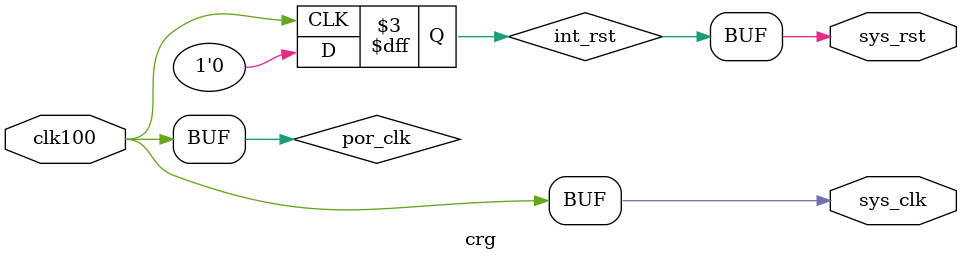
<source format=v>
/* Machine-generated using Migen */
module crg(
	input clk100,
	output sys_clk,
	output sys_rst
);

wire por_clk;
reg int_rst = 1'd1;

// synthesis translate_off
reg dummy_s;
initial dummy_s <= 1'd0;
// synthesis translate_on

assign sys_clk = clk100;
assign por_clk = clk100;
assign sys_rst = int_rst;

always @(posedge por_clk) begin
	int_rst <= 1'd0;
end

endmodule

</source>
